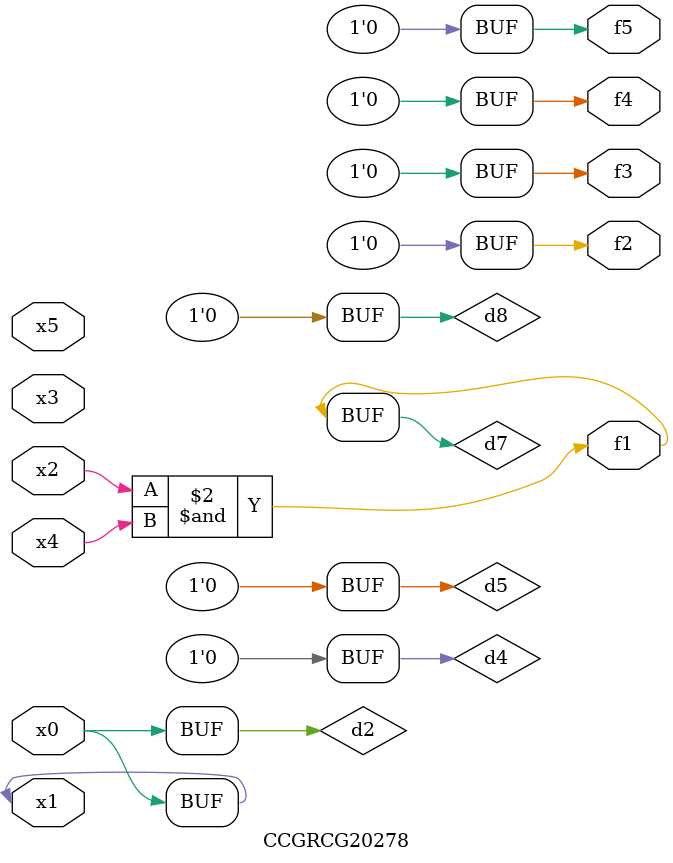
<source format=v>
module CCGRCG20278(
	input x0, x1, x2, x3, x4, x5,
	output f1, f2, f3, f4, f5
);

	wire d1, d2, d3, d4, d5, d6, d7, d8, d9;

	nand (d1, x1);
	buf (d2, x0, x1);
	nand (d3, x2, x4);
	and (d4, d1, d2);
	and (d5, d1, d2);
	nand (d6, d1, d3);
	not (d7, d3);
	xor (d8, d5);
	nor (d9, d5, d6);
	assign f1 = d7;
	assign f2 = d8;
	assign f3 = d8;
	assign f4 = d8;
	assign f5 = d8;
endmodule

</source>
